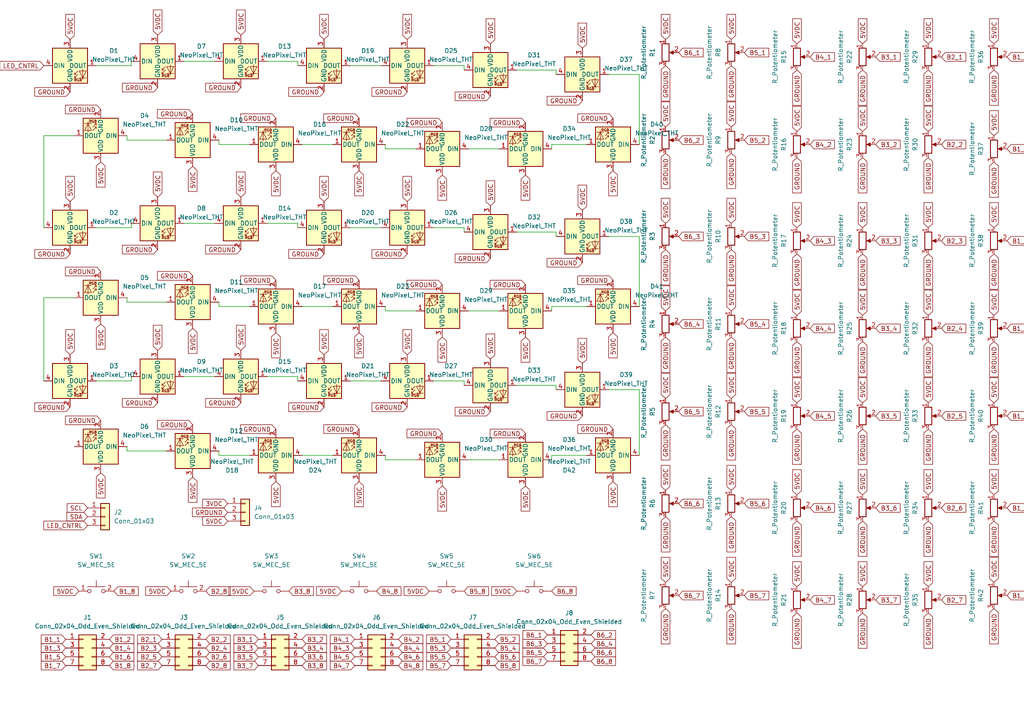
<source format=kicad_sch>
(kicad_sch (version 20211123) (generator eeschema)
  (paper "A4")
  (wire (pts (xy 77.47 17.78) (xy 86.36 17.78)))
  (wire (pts (xy 27.94 110.49) (xy 38.1 110.49)))
  (wire (pts (xy 63.5 41.91) (xy 63.5 40.64)))
  (wire (pts (xy 48.26 40.64) (xy 36.83 40.64)))
  (wire (pts (xy 176.53 21.59) (xy 185.42 21.59)))
  (wire (pts (xy 149.86 20.32) (xy 161.29 20.32)))
  (wire (pts (xy 125.73 110.49) (xy 134.62 110.49)))
  (wire (pts (xy 72.39 41.91) (xy 63.5 41.91)))
  (wire (pts (xy 21.59 39.37) (xy 12.7 39.37)))
  (wire (pts (xy 185.42 21.59) (xy 185.42 41.91)))
  (wire (pts (xy 134.62 19.05) (xy 134.62 20.32)))
  (wire (pts (xy 170.18 41.91) (xy 160.02 41.91)))
  (wire (pts (xy 38.1 66.04) (xy 38.1 64.77)))
  (wire (pts (xy 111.76 133.35) (xy 111.76 132.08)))
  (wire (pts (xy 160.02 132.08) (xy 160.02 133.35)))
  (wire (pts (xy 53.34 17.78) (xy 62.23 17.78)))
  (wire (pts (xy 161.29 67.31) (xy 161.29 68.58)))
  (wire (pts (xy 53.34 64.77) (xy 62.23 64.77)))
  (wire (pts (xy 12.7 86.36) (xy 12.7 110.49)))
  (wire (pts (xy 111.76 43.18) (xy 111.76 41.91)))
  (wire (pts (xy 135.89 43.18) (xy 144.78 43.18)))
  (wire (pts (xy 72.39 88.9) (xy 63.5 88.9)))
  (wire (pts (xy 48.26 130.81) (xy 36.83 130.81)))
  (wire (pts (xy 134.62 66.04) (xy 134.62 67.31)))
  (wire (pts (xy 87.63 132.08) (xy 96.52 132.08)))
  (wire (pts (xy 63.5 132.08) (xy 63.5 130.81)))
  (wire (pts (xy 135.89 133.35) (xy 144.78 133.35)))
  (wire (pts (xy 48.26 87.63) (xy 36.83 87.63)))
  (wire (pts (xy 77.47 109.22) (xy 86.36 109.22)))
  (wire (pts (xy 38.1 19.05) (xy 38.1 17.78)))
  (wire (pts (xy 161.29 111.76) (xy 161.29 113.03)))
  (wire (pts (xy 101.6 110.49) (xy 110.49 110.49)))
  (wire (pts (xy 170.18 132.08) (xy 160.02 132.08)))
  (wire (pts (xy 160.02 88.9) (xy 160.02 90.17)))
  (wire (pts (xy 170.18 88.9) (xy 160.02 88.9)))
  (wire (pts (xy 120.65 133.35) (xy 111.76 133.35)))
  (wire (pts (xy 77.47 64.77) (xy 86.36 64.77)))
  (wire (pts (xy 120.65 90.17) (xy 111.76 90.17)))
  (wire (pts (xy 125.73 19.05) (xy 134.62 19.05)))
  (wire (pts (xy 86.36 17.78) (xy 86.36 19.05)))
  (wire (pts (xy 36.83 40.64) (xy 36.83 39.37)))
  (wire (pts (xy 53.34 109.22) (xy 62.23 109.22)))
  (wire (pts (xy 86.36 109.22) (xy 86.36 110.49)))
  (wire (pts (xy 36.83 130.81) (xy 36.83 129.54)))
  (wire (pts (xy 176.53 68.58) (xy 185.42 68.58)))
  (wire (pts (xy 86.36 64.77) (xy 86.36 66.04)))
  (wire (pts (xy 21.59 86.36) (xy 12.7 86.36)))
  (wire (pts (xy 149.86 67.31) (xy 161.29 67.31)))
  (wire (pts (xy 101.6 19.05) (xy 110.49 19.05)))
  (wire (pts (xy 27.94 19.05) (xy 38.1 19.05)))
  (wire (pts (xy 185.42 113.03) (xy 185.42 132.08)))
  (wire (pts (xy 36.83 87.63) (xy 36.83 86.36)))
  (wire (pts (xy 160.02 41.91) (xy 160.02 43.18)))
  (wire (pts (xy 185.42 68.58) (xy 185.42 88.9)))
  (wire (pts (xy 101.6 66.04) (xy 110.49 66.04)))
  (wire (pts (xy 87.63 88.9) (xy 96.52 88.9)))
  (wire (pts (xy 176.53 113.03) (xy 185.42 113.03)))
  (wire (pts (xy 149.86 111.76) (xy 161.29 111.76)))
  (wire (pts (xy 111.76 90.17) (xy 111.76 88.9)))
  (wire (pts (xy 63.5 88.9) (xy 63.5 87.63)))
  (wire (pts (xy 12.7 39.37) (xy 12.7 66.04)))
  (wire (pts (xy 135.89 90.17) (xy 144.78 90.17)))
  (wire (pts (xy 27.94 66.04) (xy 38.1 66.04)))
  (wire (pts (xy 72.39 132.08) (xy 63.5 132.08)))
  (wire (pts (xy 87.63 41.91) (xy 96.52 41.91)))
  (wire (pts (xy 134.62 110.49) (xy 134.62 111.76)))
  (wire (pts (xy 38.1 110.49) (xy 38.1 109.22)))
  (wire (pts (xy 120.65 43.18) (xy 111.76 43.18)))
  (wire (pts (xy 125.73 66.04) (xy 134.62 66.04)))
  (wire (pts (xy 161.29 20.32) (xy 161.29 21.59)))
  (global_label "GROUND" (shape input) (at 29.21 31.75 180) (property "Intersheet References" "${INTERSHEET_REFS}" (effects hide)))
  (global_label "B4_5" (shape input) (at 234.95 120.65 0) (property "Intersheet References" "${INTERSHEET_REFS}" (effects hide)))
  (global_label "5VDC" (shape input) (at 193.04 90.17 90) (property "Intersheet References" "${INTERSHEET_REFS}" (effects hide)))
  (global_label "B3_6" (shape input) (at 254 147.32 0) (property "Intersheet References" "${INTERSHEET_REFS}" (effects hide)))
  (global_label "B5_8" (shape input) (at 143.51 193.04 0) (property "Intersheet References" "${INTERSHEET_REFS}" (effects hide)))
  (global_label "5VDC" (shape input) (at 29.21 137.16 270) (property "Intersheet References" "${INTERSHEET_REFS}" (effects hide)))
  (global_label "GROUND" (shape input) (at 231.14 20.32 270) (property "Intersheet References" "${INTERSHEET_REFS}" (effects hide)))
  (global_label "LED_CNTRL" (shape input) (at 25.4 152.4 180) (property "Intersheet References" "${INTERSHEET_REFS}" (effects hide)))
  (global_label "5VDC" (shape input) (at 93.98 58.42 90) (property "Intersheet References" "${INTERSHEET_REFS}" (effects hide)))
  (global_label "B5_3" (shape input) (at 130.81 187.96 180) (property "Intersheet References" "${INTERSHEET_REFS}" (effects hide)))
  (global_label "GROUND" (shape input) (at 152.4 125.73 180) (property "Intersheet References" "${INTERSHEET_REFS}" (effects hide)))
  (global_label "5VDC" (shape input) (at 212.09 11.43 90) (property "Intersheet References" "${INTERSHEET_REFS}" (effects hide)))
  (global_label "GROUND" (shape input) (at 104.14 124.46 180) (property "Intersheet References" "${INTERSHEET_REFS}" (effects hide)))
  (global_label "GROUND" (shape input) (at 269.24 177.8 270) (property "Intersheet References" "${INTERSHEET_REFS}" (effects hide)))
  (global_label "GROUND" (shape input) (at 250.19 73.66 270) (property "Intersheet References" "${INTERSHEET_REFS}" (effects hide)))
  (global_label "GROUND" (shape input) (at 142.24 119.38 180) (property "Intersheet References" "${INTERSHEET_REFS}" (effects hide)))
  (global_label "GROUND" (shape input) (at 231.14 99.06 270) (property "Intersheet References" "${INTERSHEET_REFS}" (effects hide)))
  (global_label "B1_7" (shape input) (at 19.05 193.04 180) (property "Intersheet References" "${INTERSHEET_REFS}" (effects hide)))
  (global_label "5VDC" (shape input) (at 168.91 13.97 90) (property "Intersheet References" "${INTERSHEET_REFS}" (effects hide)))
  (global_label "B2_1" (shape input) (at 273.05 16.51 0) (property "Intersheet References" "${INTERSHEET_REFS}" (effects hide)))
  (global_label "GROUND" (shape input) (at 193.04 176.53 270) (property "Intersheet References" "${INTERSHEET_REFS}" (effects hide)))
  (global_label "B3_4" (shape input) (at 254 95.25 0) (property "Intersheet References" "${INTERSHEET_REFS}" (effects hide)))
  (global_label "GROUND" (shape input) (at 118.11 26.67 180) (property "Intersheet References" "${INTERSHEET_REFS}" (effects hide)))
  (global_label "B1_1" (shape input) (at 292.1 16.51 0) (property "Intersheet References" "${INTERSHEET_REFS}" (effects hide)))
  (global_label "5VDC" (shape input) (at 69.85 57.15 90) (property "Intersheet References" "${INTERSHEET_REFS}" (effects hide)))
  (global_label "5VDC" (shape input) (at 45.72 57.15 90) (property "Intersheet References" "${INTERSHEET_REFS}" (effects hide)))
  (global_label "B6_2" (shape input) (at 196.85 40.64 0) (property "Intersheet References" "${INTERSHEET_REFS}" (effects hide)))
  (global_label "GROUND" (shape input) (at 231.14 124.46 270) (property "Intersheet References" "${INTERSHEET_REFS}" (effects hide)))
  (global_label "GROUND" (shape input) (at 212.09 72.39 270) (property "Intersheet References" "${INTERSHEET_REFS}" (effects hide)))
  (global_label "5VDC" (shape input) (at 80.01 139.7 270) (property "Intersheet References" "${INTERSHEET_REFS}" (effects hide)))
  (global_label "B3_5" (shape input) (at 254 120.65 0) (property "Intersheet References" "${INTERSHEET_REFS}" (effects hide)))
  (global_label "5VDC" (shape input) (at 231.14 12.7 90) (property "Intersheet References" "${INTERSHEET_REFS}" (effects hide)))
  (global_label "B4_1" (shape input) (at 234.95 16.51 0) (property "Intersheet References" "${INTERSHEET_REFS}" (effects hide)))
  (global_label "5VDC" (shape input) (at 269.24 66.04 90) (property "Intersheet References" "${INTERSHEET_REFS}" (effects hide)))
  (global_label "B1_8" (shape input) (at 33.02 171.45 0) (property "Intersheet References" "${INTERSHEET_REFS}" (effects hide)))
  (global_label "B6_4" (shape input) (at 196.85 93.98 0) (property "Intersheet References" "${INTERSHEET_REFS}" (effects hide)))
  (global_label "5VDC" (shape input) (at 193.04 168.91 90) (property "Intersheet References" "${INTERSHEET_REFS}" (effects hide)))
  (global_label "GROUND" (shape input) (at 269.24 45.72 270) (property "Intersheet References" "${INTERSHEET_REFS}" (effects hide)))
  (global_label "GROUND" (shape input) (at 128.27 125.73 180) (property "Intersheet References" "${INTERSHEET_REFS}" (effects hide)))
  (global_label "5VDC" (shape input) (at 269.24 38.1 90) (property "Intersheet References" "${INTERSHEET_REFS}" (effects hide)))
  (global_label "5VDC" (shape input) (at 69.85 101.6 90) (property "Intersheet References" "${INTERSHEET_REFS}" (effects hide)))
  (global_label "5VDC" (shape input) (at 250.19 170.18 90) (property "Intersheet References" "${INTERSHEET_REFS}" (effects hide)))
  (global_label "B3_8" (shape input) (at 87.63 193.04 0) (property "Intersheet References" "${INTERSHEET_REFS}" (effects hide)))
  (global_label "GROUND" (shape input) (at 212.09 149.86 270) (property "Intersheet References" "${INTERSHEET_REFS}" (effects hide)))
  (global_label "5VDC" (shape input) (at 104.14 49.53 270) (property "Intersheet References" "${INTERSHEET_REFS}" (effects hide)))
  (global_label "5VDC" (shape input) (at 231.14 38.1 90) (property "Intersheet References" "${INTERSHEET_REFS}" (effects hide)))
  (global_label "GROUND" (shape input) (at 250.19 177.8 270) (property "Intersheet References" "${INTERSHEET_REFS}" (effects hide)))
  (global_label "3VDC" (shape input) (at 66.04 146.05 180) (property "Intersheet References" "${INTERSHEET_REFS}" (effects hide)))
  (global_label "GROUND" (shape input) (at 231.14 45.72 270) (property "Intersheet References" "${INTERSHEET_REFS}" (effects hide)))
  (global_label "B1_4" (shape input) (at 31.75 187.96 0) (property "Intersheet References" "${INTERSHEET_REFS}" (effects hide)))
  (global_label "GROUND" (shape input) (at 193.04 44.45 270) (property "Intersheet References" "${INTERSHEET_REFS}" (effects hide)))
  (global_label "5VDC" (shape input) (at 250.19 12.7 90) (property "Intersheet References" "${INTERSHEET_REFS}" (effects hide)))
  (global_label "5VDC" (shape input) (at 118.11 58.42 90) (property "Intersheet References" "${INTERSHEET_REFS}" (effects hide)))
  (global_label "GROUND" (shape input) (at 29.21 121.92 180) (property "Intersheet References" "${INTERSHEET_REFS}" (effects hide)))
  (global_label "GROUND" (shape input) (at 128.27 82.55 180) (property "Intersheet References" "${INTERSHEET_REFS}" (effects hide)))
  (global_label "5VDC" (shape input) (at 288.29 66.04 90) (property "Intersheet References" "${INTERSHEET_REFS}" (effects hide)))
  (global_label "GROUND" (shape input) (at 269.24 99.06 270) (property "Intersheet References" "${INTERSHEET_REFS}" (effects hide)))
  (global_label "GROUND" (shape input) (at 118.11 118.11 180) (property "Intersheet References" "${INTERSHEET_REFS}" (effects hide)))
  (global_label "GROUND" (shape input) (at 231.14 177.8 270) (property "Intersheet References" "${INTERSHEET_REFS}" (effects hide)))
  (global_label "GROUND" (shape input) (at 29.21 78.74 180) (property "Intersheet References" "${INTERSHEET_REFS}" (effects hide)))
  (global_label "5VDC" (shape input) (at 93.98 102.87 90) (property "Intersheet References" "${INTERSHEET_REFS}" (effects hide)))
  (global_label "B3_3" (shape input) (at 254 69.85 0) (property "Intersheet References" "${INTERSHEET_REFS}" (effects hide)))
  (global_label "5VDC" (shape input) (at 269.24 116.84 90) (property "Intersheet References" "${INTERSHEET_REFS}" (effects hide)))
  (global_label "B1_6" (shape input) (at 31.75 190.5 0) (property "Intersheet References" "${INTERSHEET_REFS}" (effects hide)))
  (global_label "B1_5" (shape input) (at 292.1 120.65 0) (property "Intersheet References" "${INTERSHEET_REFS}" (effects hide)))
  (global_label "B6_7" (shape input) (at 158.75 191.77 180) (property "Intersheet References" "${INTERSHEET_REFS}" (effects hide)))
  (global_label "5VDC" (shape input) (at 20.32 11.43 90) (property "Intersheet References" "${INTERSHEET_REFS}" (effects hide)))
  (global_label "B4_8" (shape input) (at 115.57 193.04 0) (property "Intersheet References" "${INTERSHEET_REFS}" (effects hide)))
  (global_label "5VDC" (shape input) (at 212.09 64.77 90) (property "Intersheet References" "${INTERSHEET_REFS}" (effects hide)))
  (global_label "GROUND" (shape input) (at 288.29 176.53 270) (property "Intersheet References" "${INTERSHEET_REFS}" (effects hide)))
  (global_label "B3_6" (shape input) (at 87.63 190.5 0) (property "Intersheet References" "${INTERSHEET_REFS}" (effects hide)))
  (global_label "GROUND" (shape input) (at 193.04 97.79 270) (property "Intersheet References" "${INTERSHEET_REFS}" (effects hide)))
  (global_label "GROUND" (shape input) (at 288.29 99.06 270) (property "Intersheet References" "${INTERSHEET_REFS}" (effects hide)))
  (global_label "B1_4" (shape input) (at 292.1 95.25 0) (property "Intersheet References" "${INTERSHEET_REFS}" (effects hide)))
  (global_label "GROUND" (shape input) (at 69.85 72.39 180) (property "Intersheet References" "${INTERSHEET_REFS}" (effects hide)))
  (global_label "B3_2" (shape input) (at 254 41.91 0) (property "Intersheet References" "${INTERSHEET_REFS}" (effects hide)))
  (global_label "B2_4" (shape input) (at 59.69 187.96 0) (property "Intersheet References" "${INTERSHEET_REFS}" (effects hide)))
  (global_label "5VDC" (shape input) (at 212.09 90.17 90) (property "Intersheet References" "${INTERSHEET_REFS}" (effects hide)))
  (global_label "5VDC" (shape input) (at 231.14 66.04 90) (property "Intersheet References" "${INTERSHEET_REFS}" (effects hide)))
  (global_label "SDA" (shape input) (at 25.4 149.86 180) (property "Intersheet References" "${INTERSHEET_REFS}" (effects hide)))
  (global_label "B5_7" (shape input) (at 130.81 193.04 180) (property "Intersheet References" "${INTERSHEET_REFS}" (effects hide)))
  (global_label "5VDC" (shape input) (at 142.24 59.69 90) (property "Intersheet References" "${INTERSHEET_REFS}" (effects hide)))
  (global_label "GROUND" (shape input) (at 20.32 118.11 180) (property "Intersheet References" "${INTERSHEET_REFS}" (effects hide)))
  (global_label "B6_3" (shape input) (at 158.75 186.69 180) (property "Intersheet References" "${INTERSHEET_REFS}" (effects hide)))
  (global_label "B5_5" (shape input) (at 130.81 190.5 180) (property "Intersheet References" "${INTERSHEET_REFS}" (effects hide)))
  (global_label "B3_8" (shape input) (at 83.82 171.45 0) (property "Intersheet References" "${INTERSHEET_REFS}" (effects hide)))
  (global_label "B2_2" (shape input) (at 273.05 41.91 0) (property "Intersheet References" "${INTERSHEET_REFS}" (effects hide)))
  (global_label "5VDC" (shape input) (at 152.4 97.79 270) (property "Intersheet References" "${INTERSHEET_REFS}" (effects hide)))
  (global_label "GROUND" (shape input) (at 118.11 73.66 180) (property "Intersheet References" "${INTERSHEET_REFS}" (effects hide)))
  (global_label "GROUND" (shape input) (at 250.19 20.32 270) (property "Intersheet References" "${INTERSHEET_REFS}" (effects hide)))
  (global_label "GROUND" (shape input) (at 80.01 124.46 180) (property "Intersheet References" "${INTERSHEET_REFS}" (effects hide)))
  (global_label "GROUND" (shape input) (at 269.24 20.32 270) (property "Intersheet References" "${INTERSHEET_REFS}" (effects hide)))
  (global_label "B2_8" (shape input) (at 59.69 193.04 0) (property "Intersheet References" "${INTERSHEET_REFS}" (effects hide)))
  (global_label "B1_2" (shape input) (at 292.1 43.18 0) (property "Intersheet References" "${INTERSHEET_REFS}" (effects hide)))
  (global_label "5VDC" (shape input) (at 288.29 91.44 90) (property "Intersheet References" "${INTERSHEET_REFS}" (effects hide)))
  (global_label "B4_6" (shape input) (at 234.95 147.32 0) (property "Intersheet References" "${INTERSHEET_REFS}" (effects hide)))
  (global_label "GROUND" (shape input) (at 69.85 25.4 180) (property "Intersheet References" "${INTERSHEET_REFS}" (effects hide)))
  (global_label "5VDC" (shape input) (at 177.8 139.7 270) (property "Intersheet References" "${INTERSHEET_REFS}" (effects hide)))
  (global_label "5VDC" (shape input) (at 149.86 171.45 180) (property "Intersheet References" "${INTERSHEET_REFS}" (effects hide)))
  (global_label "GROUND" (shape input) (at 193.04 72.39 270) (property "Intersheet References" "${INTERSHEET_REFS}" (effects hide)))
  (global_label "5VDC" (shape input) (at 250.19 38.1 90) (property "Intersheet References" "${INTERSHEET_REFS}" (effects hide)))
  (global_label "B2_4" (shape input) (at 273.05 95.25 0) (property "Intersheet References" "${INTERSHEET_REFS}" (effects hide)))
  (global_label "5VDC" (shape input) (at 73.66 171.45 180) (property "Intersheet References" "${INTERSHEET_REFS}" (effects hide)))
  (global_label "5VDC" (shape input) (at 250.19 116.84 90) (property "Intersheet References" "${INTERSHEET_REFS}" (effects hide)))
  (global_label "B4_2" (shape input) (at 234.95 41.91 0) (property "Intersheet References" "${INTERSHEET_REFS}" (effects hide)))
  (global_label "B5_4" (shape input) (at 143.51 187.96 0) (property "Intersheet References" "${INTERSHEET_REFS}" (effects hide)))
  (global_label "5VDC" (shape input) (at 193.04 36.83 90) (property "Intersheet References" "${INTERSHEET_REFS}" (effects hide)))
  (global_label "GROUND" (shape input) (at 45.72 25.4 180) (property "Intersheet References" "${INTERSHEET_REFS}" (effects hide)))
  (global_label "B2_8" (shape input) (at 59.69 171.45 0) (property "Intersheet References" "${INTERSHEET_REFS}" (effects hide)))
  (global_label "B6_3" (shape input) (at 196.85 68.58 0) (property "Intersheet References" "${INTERSHEET_REFS}" (effects hide)))
  (global_label "5VDC" (shape input) (at 104.14 139.7 270) (property "Intersheet References" "${INTERSHEET_REFS}" (effects hide)))
  (global_label "5VDC" (shape input) (at 128.27 97.79 270) (property "Intersheet References" "${INTERSHEET_REFS}" (effects hide)))
  (global_label "5VDC" (shape input) (at 269.24 143.51 90) (property "Intersheet References" "${INTERSHEET_REFS}" (effects hide)))
  (global_label "GROUND" (shape input) (at 177.8 124.46 180) (property "Intersheet References" "${INTERSHEET_REFS}" (effects hide)))
  (global_label "B1_1" (shape input) (at 19.05 185.42 180) (property "Intersheet References" "${INTERSHEET_REFS}" (effects hide)))
  (global_label "GROUND" (shape input) (at 177.8 81.28 180) (property "Intersheet References" "${INTERSHEET_REFS}" (effects hide)))
  (global_label "GROUND" (shape input) (at 152.4 35.56 180) (property "Intersheet References" "${INTERSHEET_REFS}" (effects hide)))
  (global_label "GROUND" (shape input) (at 269.24 151.13 270) (property "Intersheet References" "${INTERSHEET_REFS}" (effects hide)))
  (global_label "B2_3" (shape input) (at 46.99 187.96 180) (property "Intersheet References" "${INTERSHEET_REFS}" (effects hide)))
  (global_label "5VDC" (shape input) (at 66.04 151.13 180) (property "Intersheet References" "${INTERSHEET_REFS}" (effects hide)))
  (global_label "5VDC" (shape input) (at 20.32 58.42 90) (property "Intersheet References" "${INTERSHEET_REFS}" (effects hide)))
  (global_label "GROUND" (shape input) (at 45.72 72.39 180) (property "Intersheet References" "${INTERSHEET_REFS}" (effects hide)))
  (global_label "5VDC" (shape input) (at 212.09 168.91 90) (property "Intersheet References" "${INTERSHEET_REFS}" (effects hide)))
  (global_label "5VDC" (shape input) (at 288.29 143.51 90) (property "Intersheet References" "${INTERSHEET_REFS}" (effects hide)))
  (global_label "5VDC" (shape input) (at 142.24 104.14 90) (property "Intersheet References" "${INTERSHEET_REFS}" (effects hide)))
  (global_label "B2_6" (shape input) (at 59.69 190.5 0) (property "Intersheet References" "${INTERSHEET_REFS}" (effects hide)))
  (global_label "B4_5" (shape input) (at 102.87 190.5 180) (property "Intersheet References" "${INTERSHEET_REFS}" (effects hide)))
  (global_label "5VDC" (shape input) (at 193.04 64.77 90) (property "Intersheet References" "${INTERSHEET_REFS}" (effects hide)))
  (global_label "5VDC" (shape input) (at 29.21 93.98 270) (property "Intersheet References" "${INTERSHEET_REFS}" (effects hide)))
  (global_label "GROUND" (shape input) (at 20.32 73.66 180) (property "Intersheet References" "${INTERSHEET_REFS}" (effects hide)))
  (global_label "B5_2" (shape input) (at 143.51 185.42 0) (property "Intersheet References" "${INTERSHEET_REFS}" (effects hide)))
  (global_label "5VDC" (shape input) (at 250.19 66.04 90) (property "Intersheet References" "${INTERSHEET_REFS}" (effects hide)))
  (global_label "5VDC" (shape input) (at 80.01 96.52 270) (property "Intersheet References" "${INTERSHEET_REFS}" (effects hide)))
  (global_label "GROUND" (shape input) (at 104.14 34.29 180) (property "Intersheet References" "${INTERSHEET_REFS}" (effects hide)))
  (global_label "5VDC" (shape input) (at 93.98 11.43 90) (property "Intersheet References" "${INTERSHEET_REFS}" (effects hide)))
  (global_label "5VDC" (shape input) (at 231.14 91.44 90) (property "Intersheet References" "${INTERSHEET_REFS}" (effects hide)))
  (global_label "B4_7" (shape input) (at 234.95 173.99 0) (property "Intersheet References" "${INTERSHEET_REFS}" (effects hide)))
  (global_label "B4_3" (shape input) (at 102.87 187.96 180) (property "Intersheet References" "${INTERSHEET_REFS}" (effects hide)))
  (global_label "B5_1" (shape input) (at 130.81 185.42 180) (property "Intersheet References" "${INTERSHEET_REFS}" (effects hide)))
  (global_label "B5_8" (shape input) (at 134.62 171.45 0) (property "Intersheet References" "${INTERSHEET_REFS}" (effects hide)))
  (global_label "B4_4" (shape input) (at 234.95 95.25 0) (property "Intersheet References" "${INTERSHEET_REFS}" (effects hide)))
  (global_label "5VDC" (shape input) (at 118.11 11.43 90) (property "Intersheet References" "${INTERSHEET_REFS}" (effects hide)))
  (global_label "5VDC" (shape input) (at 142.24 12.7 90) (property "Intersheet References" "${INTERSHEET_REFS}" (effects hide)))
  (global_label "B2_6" (shape input) (at 273.05 147.32 0) (property "Intersheet References" "${INTERSHEET_REFS}" (effects hide)))
  (global_label "5VDC" (shape input) (at 231.14 116.84 90) (property "Intersheet References" "${INTERSHEET_REFS}" (effects hide)))
  (global_label "B4_8" (shape input) (at 109.22 171.45 0) (property "Intersheet References" "${INTERSHEET_REFS}" (effects hide)))
  (global_label "B6_1" (shape input) (at 158.75 184.15 180) (property "Intersheet References" "${INTERSHEET_REFS}" (effects hide)))
  (global_label "B1_2" (shape input) (at 31.75 185.42 0) (property "Intersheet References" "${INTERSHEET_REFS}" (effects hide)))
  (global_label "B6_6" (shape input) (at 171.45 189.23 0) (property "Intersheet References" "${INTERSHEET_REFS}" (effects hide)))
  (global_label "GROUND" (shape input) (at 80.01 34.29 180) (property "Intersheet References" "${INTERSHEET_REFS}" (effects hide)))
  (global_label "5VDC" (shape input) (at 177.8 96.52 270) (property "Intersheet References" "${INTERSHEET_REFS}" (effects hide)))
  (global_label "GROUND" (shape input) (at 55.88 123.19 180) (property "Intersheet References" "${INTERSHEET_REFS}" (effects hide)))
  (global_label "5VDC" (shape input) (at 193.04 11.43 90) (property "Intersheet References" "${INTERSHEET_REFS}" (effects hide)))
  (global_label "B5_2" (shape input) (at 215.9 40.64 0) (property "Intersheet References" "${INTERSHEET_REFS}" (effects hide)))
  (global_label "5VDC" (shape input) (at 55.88 48.26 270) (property "Intersheet References" "${INTERSHEET_REFS}" (effects hide)))
  (global_label "GROUND" (shape input) (at 193.04 149.86 270) (property "Intersheet References" "${INTERSHEET_REFS}" (effects hide)))
  (global_label "B6_6" (shape input) (at 196.85 146.05 0) (property "Intersheet References" "${INTERSHEET_REFS}" (effects hide)))
  (global_label "5VDC" (shape input) (at 288.29 168.91 90) (property "Intersheet References" "${INTERSHEET_REFS}" (effects hide)))
  (global_label "B2_2" (shape input) (at 59.69 185.42 0) (property "Intersheet References" "${INTERSHEET_REFS}" (effects hide)))
  (global_label "5VDC" (shape input) (at 231.14 143.51 90) (property "Intersheet References" "${INTERSHEET_REFS}" (effects hide)))
  (global_label "B6_5" (shape input) (at 196.85 119.38 0) (property "Intersheet References" "${INTERSHEET_REFS}" (effects hide)))
  (global_label "5VDC" (shape input) (at 212.09 142.24 90) (property "Intersheet References" "${INTERSHEET_REFS}" (effects hide)))
  (global_label "B1_8" (shape input) (at 31.75 193.04 0) (property "Intersheet References" "${INTERSHEET_REFS}" (effects hide)))
  (global_label "B6_5" (shape input) (at 158.75 189.23 180) (property "Intersheet References" "${INTERSHEET_REFS}" (effects hide)))
  (global_label "GROUND" (shape input) (at 177.8 34.29 180) (property "Intersheet References" "${INTERSHEET_REFS}" (effects hide)))
  (global_label "5VDC" (shape input) (at 288.29 116.84 90) (property "Intersheet References" "${INTERSHEET_REFS}" (effects hide)))
  (global_label "GROUND" (shape input) (at 93.98 73.66 180) (property "Intersheet References" "${INTERSHEET_REFS}" (effects hide)))
  (global_label "B3_1" (shape input) (at 254 16.51 0) (property "Intersheet References" "${INTERSHEET_REFS}" (effects hide)))
  (global_label "GROUND" (shape input) (at 212.09 176.53 270) (property "Intersheet References" "${INTERSHEET_REFS}" (effects hide)))
  (global_label "GROUND" (shape input) (at 212.09 123.19 270) (property "Intersheet References" "${INTERSHEET_REFS}" (effects hide)))
  (global_label "GROUND" (shape input) (at 55.88 80.01 180) (property "Intersheet References" "${INTERSHEET_REFS}" (effects hide)))
  (global_label "B3_7" (shape input) (at 254 173.99 0) (property "Intersheet References" "${INTERSHEET_REFS}" (effects hide)))
  (global_label "B6_8" (shape input) (at 160.02 171.45 0) (property "Intersheet References" "${INTERSHEET_REFS}" (effects hide)))
  (global_label "GROUND" (shape input) (at 288.29 20.32 270) (property "Intersheet References" "${INTERSHEET_REFS}" (effects hide)))
  (global_label "B3_4" (shape input) (at 87.63 187.96 0) (property "Intersheet References" "${INTERSHEET_REFS}" (effects hide)))
  (global_label "B1_6" (shape input) (at 292.1 147.32 0) (property "Intersheet References" "${INTERSHEET_REFS}" (effects hide)))
  (global_label "B3_7" (shape input) (at 74.93 193.04 180) (property "Intersheet References" "${INTERSHEET_REFS}" (effects hide)))
  (global_label "5VDC" (shape input) (at 128.27 50.8 270) (property "Intersheet References" "${INTERSHEET_REFS}" (effects hide)))
  (global_label "5VDC" (shape input) (at 212.09 36.83 90) (property "Intersheet References" "${INTERSHEET_REFS}" (effects hide)))
  (global_label "GROUND" (shape input) (at 212.09 19.05 270) (property "Intersheet References" "${INTERSHEET_REFS}" (effects hide)))
  (global_label "B3_1" (shape input) (at 74.93 185.42 180) (property "Intersheet References" "${INTERSHEET_REFS}" (effects hide)))
  (global_label "GROUND" (shape input) (at 80.01 81.28 180) (property "Intersheet References" "${INTERSHEET_REFS}" (effects hide)))
  (global_label "B4_3" (shape input) (at 234.95 69.85 0) (property "Intersheet References" "${INTERSHEET_REFS}" (effects hide)))
  (global_label "B6_1" (shape input) (at 196.85 15.24 0) (property "Intersheet References" "${INTERSHEET_REFS}" (effects hide)))
  (global_label "B1_3" (shape input) (at 292.1 69.85 0) (property "Intersheet References" "${INTERSHEET_REFS}" (effects hide)))
  (global_label "B2_5" (shape input) (at 273.05 120.65 0) (property "Intersheet References" "${INTERSHEET_REFS}" (effects hide)))
  (global_label "5VDC" (shape input) (at 152.4 140.97 270) (property "Intersheet References" "${INTERSHEET_REFS}" (effects hide)))
  (global_label "5VDC" (shape input) (at 69.85 10.16 90) (property "Intersheet References" "${INTERSHEET_REFS}" (effects hide)))
  (global_label "B4_1" (shape input) (at 102.87 185.42 180) (property "Intersheet References" "${INTERSHEET_REFS}" (effects hide)))
  (global_label "GROUND" (shape input) (at 288.29 151.13 270) (property "Intersheet References" "${INTERSHEET_REFS}" (effects hide)))
  (global_label "GROUND" (shape input) (at 193.04 123.19 270) (property "Intersheet References" "${INTERSHEET_REFS}" (effects hide)))
  (global_label "GROUND" (shape input) (at 142.24 74.93 180) (property "Intersheet References" "${INTERSHEET_REFS}" (effects hide)))
  (global_label "GROUND" (shape input) (at 212.09 97.79 270) (property "Intersheet References" "${INTERSHEET_REFS}" (effects hide)))
  (global_label "GROUND" (shape input) (at 69.85 116.84 180) (property "Intersheet References" "${INTERSHEET_REFS}" (effects hide)))
  (global_label "5VDC" (shape input) (at 250.19 143.51 90) (property "Intersheet References" "${INTERSHEET_REFS}" (effects hide)))
  (global_label "B5_4" (shape input) (at 215.9 93.98 0) (property "Intersheet References" "${INTERSHEET_REFS}" (effects hide)))
  (global_label "5VDC" (shape input) (at 55.88 138.43 270) (property "Intersheet References" "${INTERSHEET_REFS}" (effects hide)))
  (global_label "B3_5" (shape input) (at 74.93 190.5 180) (property "Intersheet References" "${INTERSHEET_REFS}" (effects hide)))
  (global_label "GROUND" (shape input) (at 193.04 19.05 270) (property "Intersheet References" "${INTERSHEET_REFS}" (effects hide)))
  (global_label "5VDC" (shape input) (at 55.88 95.25 270) (property "Intersheet References" "${INTERSHEET_REFS}" (effects hide)))
  (global_label "5VDC" (shape input) (at 104.14 96.52 270) (property "Intersheet References" "${INTERSHEET_REFS}" (effects hide)))
  (global_label "B6_8" (shape input) (at 171.45 191.77 0) (property "Intersheet References" "${INTERSHEET_REFS}" (effects hide)))
  (global_label "GROUND" (shape input) (at 250.19 99.06 270) (property "Intersheet References" "${INTERSHEET_REFS}" (effects hide)))
  (global_label "GROUND" (shape input) (at 250.19 124.46 270) (property "Intersheet References" "${INTERSHEET_REFS}" (effects hide)))
  (global_label "GROUND" (shape input) (at 231.14 73.66 270) (property "Intersheet References" "${INTERSHEET_REFS}" (effects hide)))
  (global_label "B1_3" (shape input) (at 19.05 187.96 180) (property "Intersheet References" "${INTERSHEET_REFS}" (effects hide)))
  (global_label "GROUND" (shape input) (at 250.19 151.13 270) (property "Intersheet References" "${INTERSHEET_REFS}" (effects hide)))
  (global_label "B3_3" (shape input) (at 74.93 187.96 180) (property "Intersheet References" "${INTERSHEET_REFS}" (effects hide)))
  (global_label "GROUND" (shape input) (at 269.24 73.66 270) (property "Intersheet References" "${INTERSHEET_REFS}" (effects hide)))
  (global_label "GROUND" (shape input) (at 288.29 124.46 270) (property "Intersheet References" "${INTERSHEET_REFS}" (effects hide)))
  (global_label "B2_3" (shape input) (at 273.05 69.85 0) (property "Intersheet References" "${INTERSHEET_REFS}" (effects hide)))
  (global_label "5VDC" (shape input) (at 80.01 49.53 270) (property "Intersheet References" "${INTERSHEET_REFS}" (effects hide)))
  (global_label "5VDC" (shape input) (at 128.27 140.97 270) (property "Intersheet References" "${INTERSHEET_REFS}" (effects hide)))
  (global_label "B4_2" (shape input) (at 115.57 185.42 0) (property "Intersheet References" "${INTERSHEET_REFS}" (effects hide)))
  (global_label "B4_6" (shape input) (at 115.57 190.5 0) (property "Intersheet References" "${INTERSHEET_REFS}" (effects hide)))
  (global_label "GROUND" (shape input) (at 93.98 26.67 180) (property "Intersheet References" "${INTERSHEET_REFS}" (effects hide)))
  (global_label "5VDC" (shape input) (at 22.86 171.45 180) (property "Intersheet References" "${INTERSHEET_REFS}" (effects hide)))
  (global_label "B2_7" (shape input) (at 273.05 173.99 0) (property "Intersheet References" "${INTERSHEET_REFS}" (effects hide)))
  (global_label "5VDC" (shape input) (at 288.29 12.7 90) (property "Intersheet References" "${INTERSHEET_REFS}" (effects hide)))
  (global_label "B2_1" (shape input) (at 46.99 185.42 180) (property "Intersheet References" "${INTERSHEET_REFS}" (effects hide)))
  (global_label "B6_7" (shape input) (at 196.85 172.72 0) (property "Intersheet References" "${INTERSHEET_REFS}" (effects hide)))
  (global_label "GROUND" (shape input) (at 168.91 76.2 180) (property "Intersheet References" "${INTERSHEET_REFS}" (effects hide)))
  (global_label "B5_7" (shape input) (at 215.9 172.72 0) (property "Intersheet References" "${INTERSHEET_REFS}" (effects hide)))
  (global_label "GROUND" (shape input) (at 55.88 33.02 180) (property "Intersheet References" "${INTERSHEET_REFS}" (effects hide)))
  (global_label "GROUND" (shape input) (at 104.14 81.28 180) (property "Intersheet References" "${INTERSHEET_REFS}" (effects hide)))
  (global_label "5VDC" (shape input) (at 124.46 171.45 180) (property "Intersheet References" "${INTERSHEET_REFS}" (effects hide)))
  (global_label "B5_1" (shape input) (at 215.9 15.24 0) (property "Intersheet References" "${INTERSHEET_REFS}" (effects hide)))
  (global_label "GROUND" (shape input) (at 152.4 82.55 180) (property "Intersheet References" "${INTERSHEET_REFS}" (effects hide)))
  (global_label "B4_7" (shape input) (at 102.87 193.04 180) (property "Intersheet References" "${INTERSHEET_REFS}" (effects hide)))
  (global_label "5VDC" (shape input) (at 193.04 142.24 90) (property "Intersheet References" "${INTERSHEET_REFS}" (effects hide)))
  (global_label "5VDC" (shape input) (at 168.91 60.96 90) (property "Intersheet References" "${INTERSHEET_REFS}" (effects hide)))
  (global_label "5VDC" (shape input) (at 269.24 91.44 90) (property "Intersheet References" "${INTERSHEET_REFS}" (effects hide)))
  (global_label "5VDC" (shape input) (at 212.09 115.57 90) (property "Intersheet References" "${INTERSHEET_REFS}" (effects hide)))
  (global_label "5VDC" (shape input) (at 269.24 12.7 90) (property "Intersheet References" "${INTERSHEET_REFS}" (effects hide)))
  (global_label "5VDC" (shape input) (at 45.72 101.6 90) (property "Intersheet References" "${INTERSHEET_REFS}" (effects hide)))
  (global_label "SCL" (shape input) (at 25.4 147.32 180) (property "Intersheet References" "${INTERSHEET_REFS}" (effects hide)))
  (global_label "GROUND" (shape input) (at 142.24 27.94 180) (property "Intersheet References" "${INTERSHEET_REFS}" (effects hide)))
  (global_label "5VDC" (shape input) (at 99.06 171.45 180) (property "Intersheet References" "${INTERSHEET_REFS}" (effects hide)))
  (global_label "5VDC" (shape input) (at 288.29 39.37 90) (property "Intersheet References" "${INTERSHEET_REFS}" (effects hide)))
  (global_label "B5_3" (shape input) (at 215.9 68.58 0) (property "Intersheet References" "${INTERSHEET_REFS}" (effects hide)))
  (global_label "GROUND" (shape input) (at 288.29 73.66 270) (property "Intersheet References" "${INTERSHEET_REFS}" (effects hide)))
  (global_label "LED_CNTRL" (shape input) (at 12.7 19.05 180) (property "Intersheet References" "${INTERSHEET_REFS}" (effects hide)))
  (global_label "5VDC" (shape input) (at 49.53 171.45 180) (property "Intersheet References" "${INTERSHEET_REFS}" (effects hide)))
  (global_label "B5_5" (shape input) (at 215.9 119.38 0) (property "Intersheet References" "${INTERSHEET_REFS}" (effects hide)))
  (global_label "5VDC" (shape input) (at 152.4 50.8 270) (property "Intersheet References" "${INTERSHEET_REFS}" (effects hide)))
  (global_label "GROUND" (shape input) (at 20.32 26.67 180) (property "Intersheet References" "${INTERSHEET_REFS}" (effects hide)))
  (global_label "5VDC" (shape input) (at 45.72 10.16 90) (property "Intersheet References" "${INTERSHEET_REFS}" (effects hide)))
  (global_label "5VDC" (shape input) (at 231.14 170.18 90) (property "Intersheet References" "${INTERSHEET_REFS}" (effects hide)))
  (global_label "GROUND" (shape input) (at 66.04 148.59 180) (property "Intersheet References" "${INTERSHEET_REFS}" (effects hide)))
  (global_label "5VDC" (shape input) (at 193.04 115.57 90) (property "Intersheet References" "${INTERSHEET_REFS}" (effects hide)))
  (global_label "5VDC" (shape input) (at 29.21 46.99 270) (property "Intersheet References" "${INTERSHEET_REFS}" (effects hide)))
  (global_label "B4_4" (shape input) (at 115.57 187.96 0) (property "Intersheet References" "${INTERSHEET_REFS}" (effects hide)))
  (global_label "B5_6" (shape input) (at 143.51 190.5 0) (property "Intersheet References" "${INTERSHEET_REFS}" (effects hide)))
  (global_label "5VDC" (shape input) (at 168.91 105.41 90) (property "Intersheet References" "${INTERSHEET_REFS}" (effects hide)))
  (global_label "GROUND" (shape input) (at 269.24 124.46 270) (property "Intersheet References" "${INTERSHEET_REFS}" (effects hide)))
  (global_label "5VDC" (shape input) (at 20.32 102.87 90) (property "Intersheet References" "${INTERSHEET_REFS}" (effects hide)))
  (global_label "B6_4" (shape input) (at 171.45 186.69 0) (property "Intersheet References" "${INTERSHEET_REFS}" (effects hide)))
  (global_label "B2_7" (shape input) (at 46.99 193.04 180) (property "Intersheet References" "${INTERSHEET_REFS}" (effects hide)))
  (global_label "GROUND" (shape input) (at 212.09 44.45 270) (property "Intersheet References" "${INTERSHEET_REFS}" (effects hide)))
  (global_label "GROUND" (shape input) (at 288.29 46.99 270) (property "Intersheet References" "${INTERSHEET_REFS}" (effects hide)))
  (global_label "5VDC" (shape input) (at 177.8 49.53 270) (property "Intersheet References" "${INTERSHEET_REFS}" (effects hide)))
  (global_label "B1_5" (shape input) (at 19.05 190.5 180) (property "Intersheet References" "${INTERSHEET_REFS}" (effects hide)))
  (global_label "GROUND" (shape input) (at 168.91 29.21 180) (property "Intersheet References" "${INTERSHEET_REFS}" (effects hide)))
  (global_label "GROUND" (shape input) (at 231.14 151.13 270) (property "Intersheet References" "${INTERSHEET_REFS}" (effects hide)))
  (global_label "GROUND" (shape input) (at 45.72 116.84 180) (property "Intersheet References" "${INTERSHEET_REFS}" (effects hide)))
  (global_label "GROUND" (shape input) (at 168.91 120.65 180) (property "Intersheet References" "${INTERSHEET_REFS}" (effects hide)))
  (global_label "GROUND" (shape input) (at 93.98 118.11 180) (property "Intersheet References" "${INTERSHEET_REFS}" (effects hide)))
  (global_label "B1_7" (shape input) (at 292.1 172.72 0) (property "Intersheet References" "${INTERSHEET_REFS}" (effects hide)))
  (global_label "GROUND" (shape input) (at 128.27 35.56 180) (property "Intersheet References" "${INTERSHEET_REFS}" (effects hide)))
  (global_label "B3_2" (shape input) (at 87.63 185.42 0) (property "Intersheet References" "${INTERSHEET_REFS}" (effects hide)))
  (global_label "B2_5" (shape input) (at 46.99 190.5 180) (property "Intersheet References" "${INTERSHEET_REFS}" (effects hide)))
  (global_label "5VDC" (shape input) (at 118.11 102.87 90) (property "Intersheet References" "${INTERSHEET_REFS}" (effects hide)))
  (global_label "5VDC" (shape input) (at 250.19 91.44 90) (property "Intersheet References" "${INTERSHEET_REFS}" (effects hide)))
  (global_label "5VDC" (shape input) (at 269.24 170.18 90) (property "Intersheet References" "${INTERSHEET_REFS}" (effects hide)))
  (global_label "GROUND" (shape input) (at 250.19 45.72 270) (property "Intersheet References" "${INTERSHEET_REFS}" (effects hide)))
  (global_label "B5_6" (shape input) (at 215.9 146.05 0) (property "Intersheet References" "${INTERSHEET_REFS}" (effects hide)))
  (global_label "B6_2" (shape input) (at 171.45 184.15 0) (property "Intersheet References" "${INTERSHEET_REFS}" (effects hide)))
  (symbol (lib_id "Connector_Generic:Conn_02x04_Odd_Even") (at 107.95 187.96 0) (unit 1)
    (property "Reference" "J6" (at 109.22 179.07 0))
    (property "Value" "Conn_02x04_Odd_Even_Shielded" (at 109.22 181.61 0))
    (property "Footprint" "Connector_PinHeader_1.00mm:PinHeader_2x04_P1.00mm_Vertical" (effects hide))
  )
  (symbol (lib_id "LED:NeoPixel_THT") (at 69.85 17.78 0) (unit 1)
    (property "Reference" "D13" (at 82.55 13.4493 0))
    (property "Value" "NeoPixel_THT" (at 82.55 15.9893 0))
    (property "Footprint" "LED_SMD:LED_SK6812MINI_PLCC4_3.5x3.5mm_P1.75mm" (effects hide))
    (property "Datasheet" "https://www.adafruit.com/product/1938" (effects hide))
  )
  (symbol (lib_id "Device:R_Potentiometer") (at 231.14 41.91 0) (unit 1)
    (property "Reference" "R16" (at 227.33 41.91 90))
    (property "Value" "R_Potentiometer" (at 224.79 41.91 90))
    (property "Footprint" "Potentiometer_THT:Potentiometer_Alps_RK09K_Single_Vertical" (effects hide))
  )
  (symbol (lib_id "LED:NeoPixel_THT") (at 45.72 109.22 0) (unit 1)
    (property "Reference" "D9" (at 58.42 104.8893 0))
    (property "Value" "NeoPixel_THT" (at 58.42 107.4293 0))
    (property "Footprint" "LED_SMD:LED_SK6812MINI_PLCC4_3.5x3.5mm_P1.75mm" (effects hide))
    (property "Datasheet" "https://www.adafruit.com/product/1938" (effects hide))
  )
  (symbol (lib_id "LED:NeoPixel_THT") (at 93.98 66.04 0) (unit 1)
    (property "Reference" "D20" (at 106.68 61.7093 0))
    (property "Value" "NeoPixel_THT" (at 106.68 64.2493 0))
    (property "Footprint" "LED_SMD:LED_SK6812MINI_PLCC4_3.5x3.5mm_P1.75mm" (effects hide))
    (property "Datasheet" "https://www.adafruit.com/product/1938" (effects hide))
  )
  (symbol (lib_id "Connector_Generic:Conn_02x04_Odd_Even") (at 52.07 187.96 0) (unit 1)
    (property "Reference" "J3" (at 53.34 179.07 0))
    (property "Value" "Conn_02x04_Odd_Even_Shielded" (at 53.34 181.61 0))
    (property "Footprint" "Connector_PinHeader_1.00mm:PinHeader_2x04_P1.00mm_Vertical" (effects hide))
  )
  (symbol (lib_id "Device:R_Potentiometer") (at 269.24 69.85 0) (unit 1)
    (property "Reference" "R31" (at 265.43 69.85 90))
    (property "Value" "R_Potentiometer" (at 262.89 69.85 90))
    (property "Footprint" "Potentiometer_THT:Potentiometer_Alps_RK09K_Single_Vertical" (effects hide))
  )
  (symbol (lib_id "LED:NeoPixel_THT") (at 45.72 17.78 0) (unit 1)
    (property "Reference" "D7" (at 58.42 13.4493 0))
    (property "Value" "NeoPixel_THT" (at 58.42 15.9893 0))
    (property "Footprint" "LED_SMD:LED_SK6812MINI_PLCC4_3.5x3.5mm_P1.75mm" (effects hide))
    (property "Datasheet" "https://www.adafruit.com/product/1938" (effects hide))
  )
  (symbol (lib_id "LED:NeoPixel_THT") (at 152.4 133.35 180) (unit 1)
    (property "Reference" "D36" (at 165.1 127.5205 0))
    (property "Value" "NeoPixel_THT" (at 165.1 130.0605 0))
    (property "Footprint" "LED_SMD:LED_SK6812MINI_PLCC4_3.5x3.5mm_P1.75mm" (effects hide))
    (property "Datasheet" "https://www.adafruit.com/product/1938" (effects hide))
  )
  (symbol (lib_id "Device:R_Potentiometer") (at 288.29 43.18 0) (unit 1)
    (property "Reference" "R37" (at 284.48 43.18 90))
    (property "Value" "R_Potentiometer" (at 281.94 43.18 90))
    (property "Footprint" "Potentiometer_THT:Potentiometer_Alps_RK09K_Single_Vertical" (effects hide))
  )
  (symbol (lib_id "LED:NeoPixel_THT") (at 168.91 21.59 0) (unit 1)
    (property "Reference" "D37" (at 181.61 17.2593 0))
    (property "Value" "NeoPixel_THT" (at 181.61 19.7993 0))
    (property "Footprint" "LED_SMD:LED_SK6812MINI_PLCC4_3.5x3.5mm_P1.75mm" (effects hide))
    (property "Datasheet" "https://www.adafruit.com/product/1938" (effects hide))
  )
  (symbol (lib_id "Connector_Generic:Conn_01x03") (at 30.48 149.86 0) (unit 1)
    (property "Reference" "J2" (at 33.02 148.5899 0) (effects (justify left)))
    (property "Value" "Conn_01x03" (at 33.02 151.1299 0) (effects (justify left)))
    (property "Footprint" "Connector_PinHeader_1.00mm:PinHeader_1x03_P1.00mm_Vertical" (effects hide))
  )
  (symbol (lib_id "Switch:SW_Push") (at 129.54 171.45 0) (unit 1)
    (property "Reference" "SW5" (at 129.54 161.29 0))
    (property "Value" "SW_MEC_5E" (at 129.54 163.83 0))
    (property "Footprint" "Button_Switch_THT:SW_TH_Tactile_Omron_B3F-10xx" (effects hide))
  )
  (symbol (lib_name "SW_Push_1") (lib_id "Switch:SW_Push") (at 27.94 171.45 0) (unit 1)
    (property "Reference" "SW1" (at 27.94 161.29 0))
    (property "Value" "SW_MEC_5E" (at 27.94 163.83 0))
    (property "Footprint" "Button_Switch_THT:SW_TH_Tactile_Omron_B3F-10xx" (effects hide))
  )
  (symbol (lib_id "LED:NeoPixel_THT") (at 142.24 67.31 0) (unit 1)
    (property "Reference" "D32" (at 154.94 62.9793 0))
    (property "Value" "NeoPixel_THT" (at 154.94 65.5193 0))
    (property "Footprint" "LED_SMD:LED_SK6812MINI_PLCC4_3.5x3.5mm_P1.75mm" (effects hide))
    (property "Datasheet" "https://www.adafruit.com/product/1938" (effects hide))
  )
  (symbol (lib_id "Device:R_Potentiometer") (at 231.14 95.25 0) (unit 1)
    (property "Reference" "R18" (at 227.33 95.25 90))
    (property "Value" "R_Potentiometer" (at 224.79 95.25 90))
    (property "Footprint" "Potentiometer_THT:Potentiometer_Alps_RK09K_Single_Vertical" (effects hide))
  )
  (symbol (lib_id "LED:NeoPixel_THT") (at 29.21 86.36 180) (unit 1)
    (property "Reference" "D5" (at 41.91 80.5305 0))
    (property "Value" "NeoPixel_THT" (at 41.91 83.0705 0))
    (property "Footprint" "LED_SMD:LED_SK6812MINI_PLCC4_3.5x3.5mm_P1.75mm" (effects hide))
    (property "Datasheet" "https://www.adafruit.com/product/1938" (effects hide))
  )
  (symbol (lib_id "LED:NeoPixel_THT") (at 69.85 109.22 0) (unit 1)
    (property "Reference" "D15" (at 82.55 104.8893 0))
    (property "Value" "NeoPixel_THT" (at 82.55 107.4293 0))
    (property "Footprint" "LED_SMD:LED_SK6812MINI_PLCC4_3.5x3.5mm_P1.75mm" (effects hide))
    (property "Datasheet" "https://www.adafruit.com/product/1938" (effects hide))
  )
  (symbol (lib_id "Connector_Generic:Conn_02x04_Odd_Even") (at 24.13 187.96 0) (unit 1)
    (property "Reference" "J1" (at 25.4 179.07 0))
    (property "Value" "Conn_02x04_Odd_Even_Shielded" (at 25.4 181.61 0))
    (property "Footprint" "Connector_PinHeader_1.00mm:PinHeader_2x04_P1.00mm_Vertical" (effects hide))
  )
  (symbol (lib_id "Device:R_Potentiometer") (at 269.24 173.99 0) (unit 1)
    (property "Reference" "R35" (at 265.43 173.99 90))
    (property "Value" "R_Potentiometer" (at 262.89 173.99 90))
    (property "Footprint" "Potentiometer_THT:Potentiometer_Alps_RK09K_Single_Vertical" (effects hide))
  )
  (symbol (lib_id "LED:NeoPixel_THT") (at 118.11 19.05 0) (unit 1)
    (property "Reference" "D25" (at 130.81 14.7193 0))
    (property "Value" "NeoPixel_THT" (at 130.81 17.2593 0))
    (property "Footprint" "LED_SMD:LED_SK6812MINI_PLCC4_3.5x3.5mm_P1.75mm" (effects hide))
    (property "Datasheet" "https://www.adafruit.com/product/1938" (effects hide))
  )
  (symbol (lib_name "SW_Push_2") (lib_id "Switch:SW_Push") (at 54.61 171.45 0) (unit 1)
    (property "Reference" "SW2" (at 54.61 161.29 0))
    (property "Value" "SW_MEC_5E" (at 54.61 163.83 0))
    (property "Footprint" "Button_Switch_THT:SW_TH_Tactile_Omron_B3F-10xx" (effects hide))
  )
  (symbol (lib_id "Device:R_Potentiometer") (at 193.04 146.05 0) (unit 1)
    (property "Reference" "R6" (at 189.23 146.05 90))
    (property "Value" "R_Potentiometer" (at 186.69 146.05 90))
    (property "Footprint" "Potentiometer_THT:Potentiometer_Alps_RK09K_Single_Vertical" (effects hide))
  )
  (symbol (lib_id "LED:NeoPixel_THT") (at 104.14 88.9 180) (unit 1)
    (property "Reference" "D23" (at 116.84 83.0705 0))
    (property "Value" "NeoPixel_THT" (at 116.84 85.6105 0))
    (property "Footprint" "LED_SMD:LED_SK6812MINI_PLCC4_3.5x3.5mm_P1.75mm" (effects hide))
    (property "Datasheet" "https://www.adafruit.com/product/1938" (effects hide))
  )
  (symbol (lib_id "Device:R_Potentiometer") (at 250.19 69.85 0) (unit 1)
    (property "Reference" "R24" (at 246.38 69.85 90))
    (property "Value" "R_Potentiometer" (at 243.84 69.85 90))
    (property "Footprint" "Potentiometer_THT:Potentiometer_Alps_RK09K_Single_Vertical" (effects hide))
  )
  (symbol (lib_id "Device:R_Potentiometer") (at 212.09 15.24 0) (unit 1)
    (property "Reference" "R8" (at 208.28 15.24 90))
    (property "Value" "R_Potentiometer" (at 205.74 15.24 90))
    (property "Footprint" "Potentiometer_THT:Potentiometer_Alps_RK09K_Single_Vertical" (effects hide))
  )
  (symbol (lib_id "LED:NeoPixel_THT") (at 128.27 43.18 180) (unit 1)
    (property "Reference" "D28" (at 140.97 37.3505 0))
    (property "Value" "NeoPixel_THT" (at 140.97 39.8905 0))
    (property "Footprint" "LED_SMD:LED_SK6812MINI_PLCC4_3.5x3.5mm_P1.75mm" (effects hide))
    (property "Datasheet" "https://www.adafruit.com/product/1938" (effects hide))
  )
  (symbol (lib_id "LED:NeoPixel_THT") (at 93.98 19.05 0) (unit 1)
    (property "Reference" "D19" (at 106.68 14.7193 0))
    (property "Value" "NeoPixel_THT" (at 106.68 17.2593 0))
    (property "Footprint" "LED_SMD:LED_SK6812MINI_PLCC4_3.5x3.5mm_P1.75mm" (effects hide))
    (property "Datasheet" "https://www.adafruit.com/product/1938" (effects hide))
  )
  (symbol (lib_id "Device:R_Potentiometer") (at 212.09 172.72 0) (unit 1)
    (property "Reference" "R14" (at 208.28 172.72 90))
    (property "Value" "R_Potentiometer" (at 205.74 172.72 90))
    (property "Footprint" "Potentiometer_THT:Potentiometer_Alps_RK09K_Single_Vertical" (effects hide))
  )
  (symbol (lib_id "Switch:SW_Push") (at 154.94 171.45 0) (unit 1)
    (property "Reference" "SW6" (at 154.94 161.29 0))
    (property "Value" "SW_MEC_5E" (at 154.94 163.83 0))
    (property "Footprint" "Button_Switch_THT:SW_TH_Tactile_Omron_B3F-10xx" (effects hide))
  )
  (symbol (lib_id "LED:NeoPixel_THT") (at 142.24 20.32 0) (unit 1)
    (property "Reference" "D31" (at 154.94 15.9893 0))
    (property "Value" "NeoPixel_THT" (at 154.94 18.5293 0))
    (property "Footprint" "LED_SMD:LED_SK6812MINI_PLCC4_3.5x3.5mm_P1.75mm" (effects hide))
    (property "Datasheet" "https://www.adafruit.com/product/1938" (effects hide))
  )
  (symbol (lib_id "LED:NeoPixel_THT") (at 104.14 41.91 180) (unit 1)
    (property "Reference" "D22" (at 116.84 36.0805 0))
    (property "Value" "NeoPixel_THT" (at 116.84 38.6205 0))
    (property "Footprint" "LED_SMD:LED_SK6812MINI_PLCC4_3.5x3.5mm_P1.75mm" (effects hide))
    (property "Datasheet" "https://www.adafruit.com/product/1938" (effects hide))
  )
  (symbol (lib_id "Device:R_Potentiometer") (at 250.19 173.99 0) (unit 1)
    (property "Reference" "R28" (at 246.38 173.99 90))
    (property "Value" "R_Potentiometer" (at 243.84 173.99 90))
    (property "Footprint" "Potentiometer_THT:Potentiometer_Alps_RK09K_Single_Vertical" (effects hide))
  )
  (symbol (lib_id "Connector_Generic:Conn_02x04_Odd_Even") (at 135.89 187.96 0) (unit 1)
    (property "Reference" "J7" (at 137.16 179.07 0))
    (property "Value" "Conn_02x04_Odd_Even_Shielded" (at 137.16 181.61 0))
    (property "Footprint" "Connector_PinHeader_1.00mm:PinHeader_2x04_P1.00mm_Vertical" (effects hide))
  )
  (symbol (lib_id "LED:NeoPixel_THT") (at 55.88 87.63 180) (unit 1)
    (property "Reference" "D11" (at 68.58 81.8005 0))
    (property "Value" "NeoPixel_THT" (at 68.58 84.3405 0))
    (property "Footprint" "LED_SMD:LED_SK6812MINI_PLCC4_3.5x3.5mm_P1.75mm" (effects hide))
    (property "Datasheet" "https://www.adafruit.com/product/1938" (effects hide))
  )
  (symbol (lib_id "Device:R_Potentiometer") (at 193.04 172.72 0) (unit 1)
    (property "Reference" "R7" (at 189.23 172.72 90))
    (property "Value" "R_Potentiometer" (at 186.69 172.72 90))
    (property "Footprint" "Potentiometer_THT:Potentiometer_Alps_RK09K_Single_Vertical" (effects hide))
  )
  (symbol (lib_id "LED:NeoPixel_THT") (at 20.32 110.49 0) (unit 1)
    (property "Reference" "D3" (at 33.02 106.1593 0))
    (property "Value" "NeoPixel_THT" (at 33.02 108.6993 0))
    (property "Footprint" "LED_SMD:LED_SK6812MINI_PLCC4_3.5x3.5mm_P1.75mm" (effects hide))
    (property "Datasheet" "https://www.adafruit.com/product/1938" (effects hide))
  )
  (symbol (lib_id "LED:NeoPixel_THT") (at 118.11 66.04 0) (unit 1)
    (property "Reference" "D26" (at 130.81 61.7093 0))
    (property "Value" "NeoPixel_THT" (at 130.81 64.2493 0))
    (property "Footprint" "LED_SMD:LED_SK6812MINI_PLCC4_3.5x3.5mm_P1.75mm" (effects hide))
    (property "Datasheet" "https://www.adafruit.com/product/1938" (effects hide))
  )
  (symbol (lib_id "LED:NeoPixel_THT") (at 152.4 43.18 180) (unit 1)
    (property "Reference" "D34" (at 165.1 37.3505 0))
    (property "Value" "NeoPixel_THT" (at 165.1 39.8905 0))
    (property "Footprint" "LED_SMD:LED_SK6812MINI_PLCC4_3.5x3.5mm_P1.75mm" (effects hide))
    (property "Datasheet" "https://www.adafruit.com/product/1938" (effects hide))
  )
  (symbol (lib_id "Device:R_Potentiometer") (at 288.29 147.32 0) (unit 1)
    (property "Reference" "R41" (at 284.48 147.32 90))
    (property "Value" "R_Potentiometer" (at 281.94 147.32 90))
    (property "Footprint" "Potentiometer_THT:Potentiometer_Alps_RK09K_Single_Vertical" (effects hide))
  )
  (symbol (lib_id "LED:NeoPixel_THT") (at 80.01 41.91 180) (unit 1)
    (property "Reference" "D16" (at 92.71 36.0805 0))
    (property "Value" "NeoPixel_THT" (at 92.71 38.6205 0))
    (property "Footprint" "LED_SMD:LED_SK6812MINI_PLCC4_3.5x3.5mm_P1.75mm" (effects hide))
    (property "Datasheet" "https://www.adafruit.com/product/1938" (effects hide))
  )
  (symbol (lib_id "Connector_Generic:Conn_02x04_Odd_Even") (at 163.83 186.69 0) (unit 1)
    (property "Reference" "J8" (at 165.1 177.8 0))
    (property "Value" "Conn_02x04_Odd_Even_Shielded" (at 165.1 180.34 0))
    (property "Footprint" "Connector_PinHeader_1.00mm:PinHeader_2x04_P1.00mm_Vertical" (effects hide))
  )
  (symbol (lib_id "Device:R_Potentiometer") (at 231.14 69.85 0) (unit 1)
    (property "Reference" "R17" (at 227.33 69.85 90))
    (property "Value" "R_Potentiometer" (at 224.79 69.85 90))
    (property "Footprint" "Potentiometer_THT:Potentiometer_Alps_RK09K_Single_Vertical" (effects hide))
  )
  (symbol (lib_id "LED:NeoPixel_THT") (at 69.85 64.77 0) (unit 1)
    (property "Reference" "D14" (at 82.55 60.4393 0))
    (property "Value" "NeoPixel_THT" (at 82.55 62.9793 0))
    (property "Footprint" "LED_SMD:LED_SK6812MINI_PLCC4_3.5x3.5mm_P1.75mm" (effects hide))
    (property "Datasheet" "https://www.adafruit.com/product/1938" (effects hide))
  )
  (symbol (lib_id "Device:R_Potentiometer") (at 231.14 173.99 0) (unit 1)
    (property "Reference" "R21" (at 227.33 173.99 90))
    (property "Value" "R_Potentiometer" (at 224.79 173.99 90))
    (property "Footprint" "Potentiometer_THT:Potentiometer_Alps_RK09K_Single_Vertical" (effects hide))
  )
  (symbol (lib_id "Device:R_Potentiometer") (at 250.19 16.51 0) (unit 1)
    (property "Reference" "R22" (at 246.38 16.51 90))
    (property "Value" "R_Potentiometer" (at 243.84 16.51 90))
    (property "Footprint" "Potentiometer_THT:Potentiometer_Alps_RK09K_Single_Vertical" (effects hide))
  )
  (symbol (lib_id "Device:R_Potentiometer") (at 288.29 16.51 0) (unit 1)
    (property "Reference" "R36" (at 284.48 16.51 90))
    (property "Value" "R_Potentiometer" (at 281.94 16.51 90))
    (property "Footprint" "Potentiometer_THT:Potentiometer_Alps_RK09K_Single_Vertical" (effects hide))
  )
  (symbol (lib_id "Device:R_Potentiometer") (at 250.19 120.65 0) (unit 1)
    (property "Reference" "R26" (at 246.38 120.65 90))
    (property "Value" "R_Potentiometer" (at 243.84 120.65 90))
    (property "Footprint" "Potentiometer_THT:Potentiometer_Alps_RK09K_Single_Vertical" (effects hide))
  )
  (symbol (lib_id "Device:R_Potentiometer") (at 250.19 95.25 0) (unit 1)
    (property "Reference" "R25" (at 246.38 95.25 90))
    (property "Value" "R_Potentiometer" (at 243.84 95.25 90))
    (property "Footprint" "Potentiometer_THT:Potentiometer_Alps_RK09K_Single_Vertical" (effects hide))
  )
  (symbol (lib_id "LED:NeoPixel_THT") (at 20.32 19.05 0) (unit 1)
    (property "Reference" "D1" (at 33.02 14.7193 0))
    (property "Value" "NeoPixel_THT" (at 33.02 17.2593 0))
    (property "Footprint" "LED_SMD:LED_SK6812MINI_PLCC4_3.5x3.5mm_P1.75mm" (effects hide))
    (property "Datasheet" "https://www.adafruit.com/product/1938" (effects hide))
  )
  (symbol (lib_id "LED:NeoPixel_THT") (at 142.24 111.76 0) (unit 1)
    (property "Reference" "D33" (at 154.94 107.4293 0))
    (property "Value" "NeoPixel_THT" (at 154.94 109.9693 0))
    (property "Footprint" "LED_SMD:LED_SK6812MINI_PLCC4_3.5x3.5mm_P1.75mm" (effects hide))
    (property "Datasheet" "https://www.adafruit.com/product/1938" (effects hide))
  )
  (symbol (lib_id "Connector_Generic:Conn_02x04_Odd_Even") (at 80.01 187.96 0) (unit 1)
    (property "Reference" "J5" (at 81.28 179.07 0))
    (property "Value" "Conn_02x04_Odd_Even_Shielded" (at 81.28 181.61 0))
    (property "Footprint" "Connector_PinHeader_1.00mm:PinHeader_2x04_P1.00mm_Vertical" (effects hide))
  )
  (symbol (lib_id "Device:R_Potentiometer") (at 193.04 15.24 0) (unit 1)
    (property "Reference" "R1" (at 189.23 15.24 90))
    (property "Value" "R_Potentiometer" (at 186.69 15.24 90))
    (property "Footprint" "Potentiometer_THT:Potentiometer_Alps_RK09K_Single_Vertical" (effects hide))
  )
  (symbol (lib_id "LED:NeoPixel_THT") (at 29.21 39.37 180) (unit 1)
    (property "Reference" "D4" (at 41.91 33.5405 0))
    (property "Value" "NeoPixel_THT" (at 41.91 36.0805 0))
    (property "Footprint" "LED_SMD:LED_SK6812MINI_PLCC4_3.5x3.5mm_P1.75mm" (effects hide))
    (property "Datasheet" "https://www.adafruit.com/product/1938" (effects hide))
  )
  (symbol (lib_id "Device:R_Potentiometer") (at 212.09 68.58 0) (unit 1)
    (property "Reference" "R10" (at 208.28 68.58 90))
    (property "Value" "R_Potentiometer" (at 205.74 68.58 90))
    (property "Footprint" "Potentiometer_THT:Potentiometer_Alps_RK09K_Single_Vertical" (effects hide))
  )
  (symbol (lib_id "Device:R_Potentiometer") (at 193.04 93.98 0) (unit 1)
    (property "Reference" "R4" (at 189.23 93.98 90))
    (property "Value" "R_Potentiometer" (at 186.69 93.98 90))
    (property "Footprint" "Potentiometer_THT:Potentiometer_Alps_RK09K_Single_Vertical" (effects hide))
  )
  (symbol (lib_id "Device:R_Potentiometer") (at 269.24 95.25 0) (unit 1)
    (property "Reference" "R32" (at 265.43 95.25 90))
    (property "Value" "R_Potentiometer" (at 262.89 95.25 90))
    (property "Footprint" "Potentiometer_THT:Potentiometer_Alps_RK09K_Single_Vertical" (effects hide))
  )
  (symbol (lib_id "Device:R_Potentiometer") (at 231.14 120.65 0) (unit 1)
    (property "Reference" "R19" (at 227.33 120.65 90))
    (property "Value" "R_Potentiometer" (at 224.79 120.65 90))
    (property "Footprint" "Potentiometer_THT:Potentiometer_Alps_RK09K_Single_Vertical" (effects hide))
  )
  (symbol (lib_id "LED:NeoPixel_THT") (at 168.91 113.03 0) (unit 1)
    (property "Reference" "D39" (at 181.61 108.6993 0))
    (property "Value" "NeoPixel_THT" (at 181.61 111.2393 0))
    (property "Footprint" "LED_SMD:LED_SK6812MINI_PLCC4_3.5x3.5mm_P1.75mm" (effects hide))
    (property "Datasheet" "https://www.adafruit.com/product/1938" (effects hide))
  )
  (symbol (lib_id "Device:R_Potentiometer") (at 231.14 16.51 0) (unit 1)
    (property "Reference" "R15" (at 227.33 16.51 90))
    (property "Value" "R_Potentiometer" (at 224.79 16.51 90))
    (property "Footprint" "Potentiometer_THT:Potentiometer_Alps_RK09K_Single_Vertical" (effects hide))
  )
  (symbol (lib_id "LED:NeoPixel_THT") (at 152.4 90.17 180) (unit 1)
    (property "Reference" "D35" (at 165.1 84.3405 0))
    (property "Value" "NeoPixel_THT" (at 165.1 86.8805 0))
    (property "Footprint" "LED_SMD:LED_SK6812MINI_PLCC4_3.5x3.5mm_P1.75mm" (effects hide))
    (property "Datasheet" "https://www.adafruit.com/product/1938" (effects hide))
  )
  (symbol (lib_id "Device:R_Potentiometer") (at 212.09 119.38 0) (unit 1)
    (property "Reference" "R12" (at 208.28 119.38 90))
    (property "Value" "R_Potentiometer" (at 205.74 119.38 90))
    (property "Footprint" "Potentiometer_THT:Potentiometer_Alps_RK09K_Single_Vertical" (effects hide))
  )
  (symbol (lib_id "LED:NeoPixel_THT") (at 128.27 133.35 180) (unit 1)
    (property "Reference" "D30" (at 140.97 127.5205 0))
    (property "Value" "NeoPixel_THT" (at 140.97 130.0605 0))
    (property "Footprint" "LED_SMD:LED_SK6812MINI_PLCC4_3.5x3.5mm_P1.75mm" (effects hide))
    (property "Datasheet" "https://www.adafruit.com/product/1938" (effects hide))
  )
  (symbol (lib_id "LED:NeoPixel_THT") (at 45.72 64.77 0) (unit 1)
    (property "Reference" "D8" (at 58.42 60.4393 0))
    (property "Value" "NeoPixel_THT" (at 58.42 62.9793 0))
    (property "Footprint" "LED_SMD:LED_SK6812MINI_PLCC4_3.5x3.5mm_P1.75mm" (effects hide))
    (property "Datasheet" "https://www.adafruit.com/product/1938" (effects hide))
  )
  (symbol (lib_id "Switch:SW_Push") (at 78.74 171.45 0) (unit 1)
    (property "Reference" "SW3" (at 78.74 161.29 0))
    (property "Value" "SW_MEC_5E" (at 78.74 163.83 0))
    (property "Footprint" "Button_Switch_THT:SW_TH_Tactile_Omron_B3F-10xx" (effects hide))
  )
  (symbol (lib_id "LED:NeoPixel_THT") (at 177.8 88.9 180) (unit 1)
    (property "Reference" "D41" (at 190.5 83.0705 0))
    (property "Value" "NeoPixel_THT" (at 190.5 85.6105 0))
    (property "Footprint" "LED_SMD:LED_SK6812MINI_PLCC4_3.5x3.5mm_P1.75mm" (effects hide))
    (property "Datasheet" "https://www.adafruit.com/product/1938" (effects hide))
  )
  (symbol (lib_id "LED:NeoPixel_THT") (at 80.01 88.9 180) (unit 1)
    (property "Reference" "D17" (at 92.71 83.0705 0))
    (property "Value" "NeoPixel_THT" (at 92.71 85.6105 0))
    (property "Footprint" "LED_SMD:LED_SK6812MINI_PLCC4_3.5x3.5mm_P1.75mm" (effects hide))
    (property "Datasheet" "https://www.adafruit.com/product/1938" (effects hide))
  )
  (symbol (lib_id "LED:NeoPixel_THT") (at 168.91 68.58 0) (unit 1)
    (property "Reference" "D38" (at 181.61 64.2493 0))
    (property "Value" "NeoPixel_THT" (at 181.61 66.7893 0))
    (property "Footprint" "LED_SMD:LED_SK6812MINI_PLCC4_3.5x3.5mm_P1.75mm" (effects hide))
    (property "Datasheet" "https://www.adafruit.com/product/1938" (effects hide))
  )
  (symbol (lib_id "Device:R_Potentiometer") (at 250.19 147.32 0) (unit 1)
    (property "Reference" "R27" (at 246.38 147.32 90))
    (property "Value" "R_Potentiometer" (at 243.84 147.32 90))
    (property "Footprint" "Potentiometer_THT:Potentiometer_Alps_RK09K_Single_Vertical" (effects hide))
  )
  (symbol (lib_id "Device:R_Potentiometer") (at 269.24 16.51 0) (unit 1)
    (property "Reference" "R29" (at 265.43 16.51 90))
    (property "Value" "R_Potentiometer" (at 262.89 16.51 90))
    (property "Footprint" "Potentiometer_THT:Potentiometer_Alps_RK09K_Single_Vertical" (effects hide))
  )
  (symbol (lib_id "Device:R_Potentiometer") (at 193.04 68.58 0) (unit 1)
    (property "Reference" "R3" (at 189.23 68.58 90))
    (property "Value" "R_Potentiometer" (at 186.69 68.58 90))
    (property "Footprint" "Potentiometer_THT:Potentiometer_Alps_RK09K_Single_Vertical" (effects hide))
  )
  (symbol (lib_id "Device:R_Potentiometer") (at 212.09 146.05 0) (unit 1)
    (property "Reference" "R13" (at 208.28 146.05 90))
    (property "Value" "R_Potentiometer" (at 205.74 146.05 90))
    (property "Footprint" "Potentiometer_THT:Potentiometer_Alps_RK09K_Single_Vertical" (effects hide))
  )
  (symbol (lib_id "Device:R_Potentiometer") (at 288.29 69.85 0) (unit 1)
    (property "Reference" "R38" (at 284.48 69.85 90))
    (property "Value" "R_Potentiometer" (at 281.94 69.85 90))
    (property "Footprint" "Potentiometer_THT:Potentiometer_Alps_RK09K_Single_Vertical" (effects hide))
  )
  (symbol (lib_id "LED:NeoPixel_THT") (at 177.8 132.08 180) (unit 1)
    (property "Reference" "D42" (at 165.1 136.4107 0))
    (property "Value" "NeoPixel_THT" (at 165.1 133.8707 0))
    (property "Footprint" "LED_SMD:LED_SK6812MINI_PLCC4_3.5x3.5mm_P1.75mm" (effects hide))
    (property "Datasheet" "https://www.adafruit.com/product/1938" (effects hide))
  )
  (symbol (lib_id "LED:NeoPixel_THT") (at 80.01 132.08 180) (unit 1)
    (property "Reference" "D18" (at 67.31 136.4107 0))
    (property "Value" "NeoPixel_THT" (at 67.31 133.8707 0))
    (property "Footprint" "LED_SMD:LED_SK6812MINI_PLCC4_3.5x3.5mm_P1.75mm" (effects hide))
    (property "Datasheet" "https://www.adafruit.com/product/1938" (effects hide))
  )
  (symbol (lib_id "LED:NeoPixel_THT") (at 93.98 110.49 0) (unit 1)
    (property "Reference" "D21" (at 106.68 106.1593 0))
    (property "Value" "NeoPixel_THT" (at 106.68 108.6993 0))
    (property "Footprint" "LED_SMD:LED_SK6812MINI_PLCC4_3.5x3.5mm_P1.75mm" (effects hide))
    (property "Datasheet" "https://www.adafruit.com/product/1938" (effects hide))
  )
  (symbol (lib_id "Device:R_Potentiometer") (at 269.24 41.91 0) (unit 1)
    (property "Reference" "R30" (at 265.43 41.91 90))
    (property "Value" "R_Potentiometer" (at 262.89 41.91 90))
    (property "Footprint" "Potentiometer_THT:Potentiometer_Alps_RK09K_Single_Vertical" (effects hide))
  )
  (symbol (lib_id "Device:R_Potentiometer") (at 288.29 172.72 0) (unit 1)
    (property "Reference" "R42" (at 284.48 172.72 90))
    (property "Value" "R_Potentiometer" (at 281.94 172.72 90))
    (property "Footprint" "Potentiometer_THT:Potentiometer_Alps_RK09K_Single_Vertical" (effects hide))
  )
  (symbol (lib_id "Device:R_Potentiometer") (at 212.09 93.98 0) (unit 1)
    (property "Reference" "R11" (at 208.28 93.98 90))
    (property "Value" "R_Potentiometer" (at 205.74 93.98 90))
    (property "Footprint" "Potentiometer_THT:Potentiometer_Alps_RK09K_Single_Vertical" (effects hide))
  )
  (symbol (lib_id "LED:NeoPixel_THT") (at 55.88 130.81 180) (unit 1)
    (property "Reference" "D12" (at 68.58 124.9805 0))
    (property "Value" "NeoPixel_THT" (at 68.58 127.5205 0))
    (property "Footprint" "LED_SMD:LED_SK6812MINI_PLCC4_3.5x3.5mm_P1.75mm" (effects hide))
    (property "Datasheet" "https://www.adafruit.com/product/1938" (effects hide))
  )
  (symbol (lib_id "Device:R_Potentiometer") (at 231.14 147.32 0) (unit 1)
    (property "Reference" "R20" (at 227.33 147.32 90))
    (property "Value" "R_Potentiometer" (at 224.79 147.32 90))
    (property "Footprint" "Potentiometer_THT:Potentiometer_Alps_RK09K_Single_Vertical" (effects hide))
  )
  (symbol (lib_id "LED:NeoPixel_THT") (at 104.14 132.08 180) (unit 1)
    (property "Reference" "D24" (at 91.44 136.4107 0))
    (property "Value" "NeoPixel_THT" (at 91.44 133.8707 0))
    (property "Footprint" "LED_SMD:LED_SK6812MINI_PLCC4_3.5x3.5mm_P1.75mm" (effects hide))
    (property "Datasheet" "https://www.adafruit.com/product/1938" (effects hide))
  )
  (symbol (lib_id "Device:R_Potentiometer") (at 269.24 120.65 0) (unit 1)
    (property "Reference" "R33" (at 265.43 120.65 90))
    (property "Value" "R_Potentiometer" (at 262.89 120.65 90))
    (property "Footprint" "Potentiometer_THT:Potentiometer_Alps_RK09K_Single_Vertical" (effects hide))
  )
  (symbol (lib_id "Switch:SW_Push") (at 104.14 171.45 0) (unit 1)
    (property "Reference" "SW4" (at 104.14 161.29 0))
    (property "Value" "SW_MEC_5E" (at 104.14 163.83 0))
    (property "Footprint" "Button_Switch_THT:SW_TH_Tactile_Omron_B3F-10xx" (effects hide))
  )
  (symbol (lib_id "LED:NeoPixel_THT") (at 118.11 110.49 0) (unit 1)
    (property "Reference" "D27" (at 130.81 106.1593 0))
    (property "Value" "NeoPixel_THT" (at 130.81 108.6993 0))
    (property "Footprint" "LED_SMD:LED_SK6812MINI_PLCC4_3.5x3.5mm_P1.75mm" (effects hide))
    (property "Datasheet" "https://www.adafruit.com/product/1938" (effects hide))
  )
  (symbol (lib_id "LED:NeoPixel_THT") (at 128.27 90.17 180) (unit 1)
    (property "Reference" "D29" (at 140.97 84.3405 0))
    (property "Value" "NeoPixel_THT" (at 140.97 86.8805 0))
    (property "Footprint" "LED_SMD:LED_SK6812MINI_PLCC4_3.5x3.5mm_P1.75mm" (effects hide))
    (property "Datasheet" "https://www.adafruit.com/product/1938" (effects hide))
  )
  (symbol (lib_id "Device:R_Potentiometer") (at 193.04 40.64 0) (unit 1)
    (property "Reference" "R2" (at 189.23 40.64 90))
    (property "Value" "R_Potentiometer" (at 186.69 40.64 90))
    (property "Footprint" "Potentiometer_THT:Potentiometer_Alps_RK09K_Single_Vertical" (effects hide))
  )
  (symbol (lib_id "LED:NeoPixel_THT") (at 177.8 41.91 180) (unit 1)
    (property "Reference" "D40" (at 190.5 36.0805 0))
    (property "Value" "NeoPixel_THT" (at 190.5 38.6205 0))
    (property "Footprint" "LED_SMD:LED_SK6812MINI_PLCC4_3.5x3.5mm_P1.75mm" (effects hide))
    (property "Datasheet" "https://www.adafruit.com/product/1938" (effects hide))
  )
  (symbol (lib_id "LED:NeoPixel_THT") (at 20.32 66.04 0) (unit 1)
    (property "Reference" "D2" (at 33.02 61.7093 0))
    (property "Value" "NeoPixel_THT" (at 33.02 64.2493 0))
    (property "Footprint" "LED_SMD:LED_SK6812MINI_PLCC4_3.5x3.5mm_P1.75mm" (effects hide))
    (property "Datasheet" "https://www.adafruit.com/product/1938" (effects hide))
  )
  (symbol (lib_id "Device:R_Potentiometer") (at 250.19 41.91 0) (unit 1)
    (property "Reference" "R23" (at 246.38 41.91 90))
    (property "Value" "R_Potentiometer" (at 243.84 41.91 90))
    (property "Footprint" "Potentiometer_THT:Potentiometer_Alps_RK09K_Single_Vertical" (effects hide))
  )
  (symbol (lib_id "Device:R_Potentiometer") (at 288.29 120.65 0) (unit 1)
    (property "Reference" "R40" (at 284.48 120.65 90))
    (property "Value" "R_Potentiometer" (at 281.94 120.65 90))
    (property "Footprint" "Potentiometer_THT:Potentiometer_Alps_RK09K_Single_Vertical" (effects hide))
  )
  (symbol (lib_id "LED:NeoPixel_THT") (at 29.21 129.54 180) (unit 1)
    (property "Reference" "D6" (at 41.91 123.7105 0))
    (property "Value" "NeoPixel_THT" (at 41.91 126.2505 0))
    (property "Footprint" "LED_SMD:LED_SK6812MINI_PLCC4_3.5x3.5mm_P1.75mm" (effects hide))
    (property "Datasheet" "https://www.adafruit.com/product/1938" (effects hide))
  )
  (symbol (lib_id "Connector_Generic:Conn_01x03") (at 71.12 148.59 0) (unit 1)
    (property "Reference" "J4" (at 73.66 147.3199 0) (effects (justify left)))
    (property "Value" "Conn_01x03" (at 73.66 149.8599 0) (effects (justify left)))
    (property "Footprint" "Connector_PinHeader_1.00mm:PinHeader_1x03_P1.00mm_Vertical" (effects hide))
  )
  (symbol (lib_id "Device:R_Potentiometer") (at 212.09 40.64 0) (unit 1)
    (property "Reference" "R9" (at 208.28 40.64 90))
    (property "Value" "R_Potentiometer" (at 205.74 40.64 90))
    (property "Footprint" "Potentiometer_THT:Potentiometer_Alps_RK09K_Single_Vertical" (effects hide))
  )
  (symbol (lib_id "Device:R_Potentiometer") (at 193.04 119.38 0) (unit 1)
    (property "Reference" "R5" (at 189.23 119.38 90))
    (property "Value" "R_Potentiometer" (at 186.69 119.38 90))
    (property "Footprint" "Potentiometer_THT:Potentiometer_Alps_RK09K_Single_Vertical" (effects hide))
  )
  (symbol (lib_id "LED:NeoPixel_THT") (at 55.88 40.64 180) (unit 1)
    (property "Reference" "D10" (at 68.58 34.8105 0))
    (property "Value" "NeoPixel_THT" (at 68.58 37.3505 0))
    (property "Footprint" "LED_SMD:LED_SK6812MINI_PLCC4_3.5x3.5mm_P1.75mm" (effects hide))
    (property "Datasheet" "https://www.adafruit.com/product/1938" (effects hide))
  )
  (symbol (lib_id "Device:R_Potentiometer") (at 288.29 95.25 0) (unit 1)
    (property "Reference" "R39" (at 284.48 95.25 90))
    (property "Value" "R_Potentiometer" (at 281.94 95.25 90))
    (property "Footprint" "Potentiometer_THT:Potentiometer_Alps_RK09K_Single_Vertical" (effects hide))
  )
  (symbol (lib_id "Device:R_Potentiometer") (at 269.24 147.32 0) (unit 1)
    (property "Reference" "R34" (at 265.43 147.32 90))
    (property "Value" "R_Potentiometer" (at 262.89 147.32 90))
    (property "Footprint" "Potentiometer_THT:Potentiometer_Alps_RK09K_Single_Vertical" (effects hide))
  )
)
</source>
